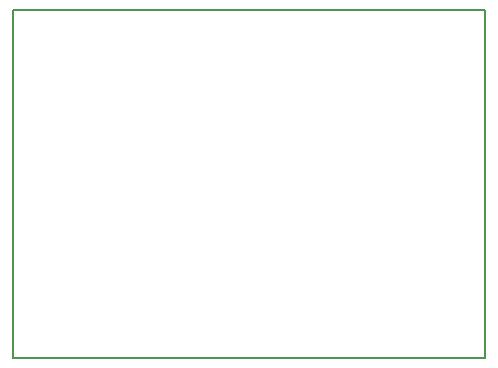
<source format=gbr>
G04 #@! TF.GenerationSoftware,KiCad,Pcbnew,5.1.10*
G04 #@! TF.CreationDate,2021-08-13T17:50:11+08:00*
G04 #@! TF.ProjectId,kudo-printer,6b75646f-2d70-4726-996e-7465722e6b69,rev?*
G04 #@! TF.SameCoordinates,PX2160ec0PY2255100*
G04 #@! TF.FileFunction,Profile,NP*
%FSLAX46Y46*%
G04 Gerber Fmt 4.6, Leading zero omitted, Abs format (unit mm)*
G04 Created by KiCad (PCBNEW 5.1.10) date 2021-08-13 17:50:11*
%MOMM*%
%LPD*%
G01*
G04 APERTURE LIST*
G04 #@! TA.AperFunction,Profile*
%ADD10C,0.150000*%
G04 #@! TD*
G04 APERTURE END LIST*
D10*
X0Y0D02*
X0Y-29500000D01*
X40000000Y0D02*
X0Y0D01*
X40000000Y-29500000D02*
X40000000Y0D01*
X0Y-29500000D02*
X40000000Y-29500000D01*
M02*

</source>
